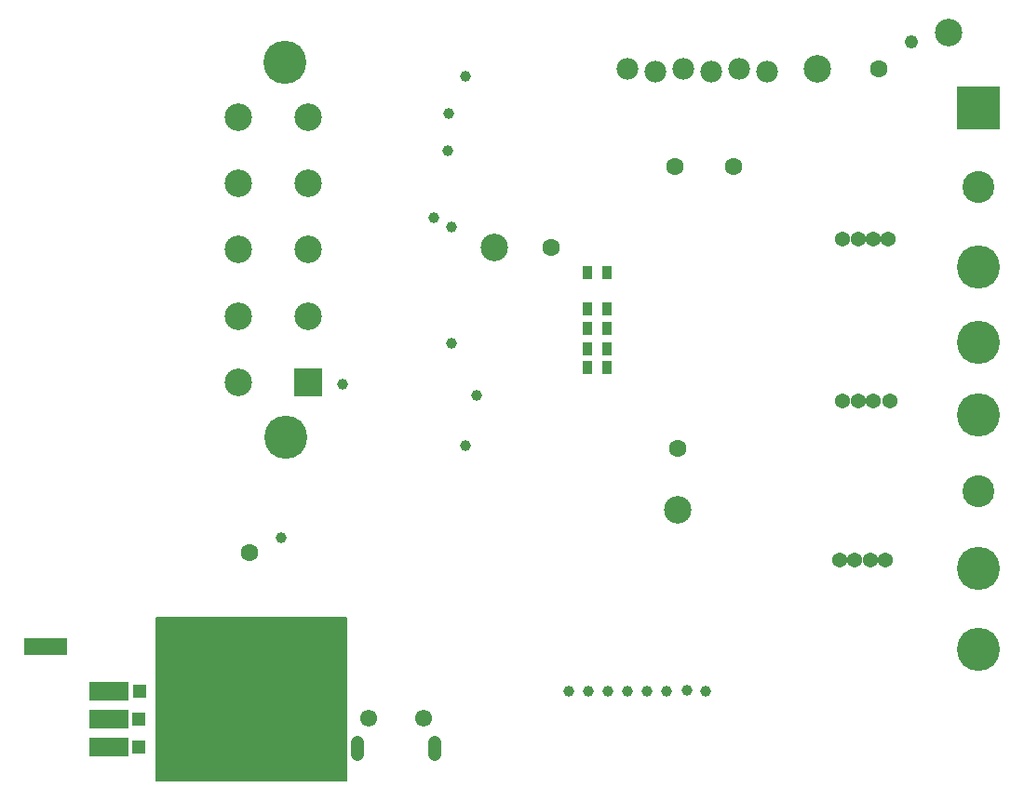
<source format=gts>
G04 EAGLE Gerber RS-274X export*
G75*
%MOMM*%
%FSLAX34Y34*%
%LPD*%
%INTop Solder Mask*%
%IPPOS*%
%AMOC8*
5,1,8,0,0,1.08239X$1,22.5*%
G01*
%ADD10R,3.920788X1.596459*%
%ADD11R,3.917600X3.917600*%
%ADD12C,3.917600*%
%ADD13C,2.901600*%
%ADD14R,2.501600X2.501600*%
%ADD15C,2.501600*%
%ADD16C,1.981200*%
%ADD17R,9.753600X10.769600*%
%ADD18R,3.601600X1.701600*%
%ADD19R,0.901600X1.301600*%
%ADD20C,1.551600*%
%ADD21C,1.209600*%
%ADD22R,1.301600X1.301600*%
%ADD23C,1.601600*%
%ADD24C,1.001600*%
%ADD25C,1.226600*%
%ADD26C,2.501900*%
%ADD27R,2.501900X2.501900*%
%ADD28C,1.376600*%

G36*
X295286Y1286D02*
X295286Y1286D01*
X295405Y1293D01*
X295443Y1306D01*
X295483Y1311D01*
X295594Y1354D01*
X295707Y1391D01*
X295742Y1413D01*
X295779Y1428D01*
X295875Y1498D01*
X295976Y1561D01*
X296004Y1591D01*
X296036Y1614D01*
X296112Y1706D01*
X296194Y1793D01*
X296213Y1828D01*
X296239Y1859D01*
X296290Y1967D01*
X296347Y2071D01*
X296358Y2111D01*
X296375Y2147D01*
X296397Y2264D01*
X296427Y2379D01*
X296431Y2440D01*
X296435Y2460D01*
X296433Y2480D01*
X296437Y2540D01*
X296437Y149860D01*
X296422Y149978D01*
X296415Y150097D01*
X296402Y150135D01*
X296397Y150176D01*
X296353Y150286D01*
X296317Y150399D01*
X296295Y150434D01*
X296280Y150471D01*
X296210Y150567D01*
X296147Y150668D01*
X296117Y150696D01*
X296093Y150729D01*
X296002Y150805D01*
X295915Y150886D01*
X295880Y150906D01*
X295848Y150931D01*
X295741Y150982D01*
X295637Y151040D01*
X295597Y151050D01*
X295561Y151067D01*
X295444Y151089D01*
X295329Y151119D01*
X295268Y151123D01*
X295248Y151127D01*
X295228Y151125D01*
X295168Y151129D01*
X122693Y151129D01*
X122575Y151114D01*
X122456Y151107D01*
X122418Y151094D01*
X122378Y151089D01*
X122267Y151046D01*
X122154Y151009D01*
X122119Y150987D01*
X122082Y150972D01*
X121986Y150903D01*
X121885Y150839D01*
X121857Y150809D01*
X121825Y150786D01*
X121749Y150694D01*
X121667Y150607D01*
X121648Y150572D01*
X121622Y150541D01*
X121571Y150433D01*
X121514Y150329D01*
X121503Y150289D01*
X121486Y150253D01*
X121464Y150136D01*
X121434Y150021D01*
X121430Y149961D01*
X121426Y149941D01*
X121428Y149920D01*
X121424Y149860D01*
X121424Y2540D01*
X121439Y2422D01*
X121446Y2303D01*
X121459Y2265D01*
X121464Y2224D01*
X121508Y2114D01*
X121544Y2001D01*
X121566Y1966D01*
X121581Y1929D01*
X121651Y1833D01*
X121714Y1732D01*
X121744Y1704D01*
X121768Y1671D01*
X121859Y1596D01*
X121946Y1514D01*
X121981Y1494D01*
X122013Y1469D01*
X122120Y1418D01*
X122224Y1360D01*
X122264Y1350D01*
X122300Y1333D01*
X122417Y1311D01*
X122532Y1281D01*
X122593Y1277D01*
X122613Y1273D01*
X122633Y1275D01*
X122693Y1271D01*
X295168Y1271D01*
X295286Y1286D01*
G37*
D10*
X22144Y124098D03*
D11*
X869950Y614680D03*
D12*
X869950Y469900D03*
X869950Y401320D03*
X869950Y335280D03*
X869950Y195580D03*
X869950Y121920D03*
D13*
X869950Y542290D03*
X869950Y265430D03*
D14*
X260350Y364744D03*
D15*
X260350Y425196D03*
X260350Y485648D03*
X260350Y546100D03*
X260350Y606552D03*
X196850Y606552D03*
X196850Y546100D03*
X196850Y485648D03*
X196850Y425196D03*
X196850Y364744D03*
D12*
X239776Y656336D03*
X240284Y314960D03*
D16*
X678180Y647700D03*
X652780Y650240D03*
X627380Y647700D03*
X601980Y650240D03*
X576580Y647700D03*
X551180Y650240D03*
D17*
X193360Y58420D03*
D18*
X79810Y58420D03*
X79810Y33020D03*
X79810Y83820D03*
D19*
X514343Y431446D03*
X532343Y431446D03*
X532275Y464982D03*
X514275Y464982D03*
X532308Y395663D03*
X514308Y395663D03*
X514233Y378441D03*
X532233Y378441D03*
D20*
X365360Y59060D03*
X315360Y59060D03*
D21*
X375360Y37600D02*
X375360Y26520D01*
X305360Y26520D02*
X305360Y37600D01*
D19*
X514240Y414020D03*
X532240Y414020D03*
D22*
X106738Y33113D03*
D23*
X779780Y650240D03*
X596900Y304800D03*
X594360Y561340D03*
X481172Y487819D03*
D24*
X375091Y514655D03*
X391160Y506561D03*
X391160Y400558D03*
X387855Y575355D03*
X403401Y643793D03*
X414020Y353060D03*
D25*
X809554Y675153D03*
D22*
X107160Y83828D03*
D26*
X843280Y683260D03*
D23*
X207424Y209622D03*
D24*
X292100Y363220D03*
D22*
X106754Y58398D03*
D27*
X277647Y19271D03*
D22*
X135407Y120871D03*
D26*
X723900Y650240D03*
X596900Y248920D03*
D23*
X647700Y561340D03*
D26*
X429721Y487670D03*
D22*
X127787Y16731D03*
D28*
X744220Y203200D03*
X758017Y203052D03*
X771807Y203172D03*
X785655Y203271D03*
X746760Y347980D03*
X760713Y347980D03*
X774782Y347980D03*
X789940Y347980D03*
X746760Y495300D03*
X760868Y495300D03*
X774189Y495300D03*
X788246Y495300D03*
D24*
X388620Y609600D03*
X236220Y223520D03*
X403860Y307340D03*
X622300Y83820D03*
X604837Y84253D03*
X586740Y83820D03*
X568960Y83820D03*
X551180Y83820D03*
X533400Y83820D03*
X515620Y83820D03*
X497840Y83820D03*
M02*

</source>
